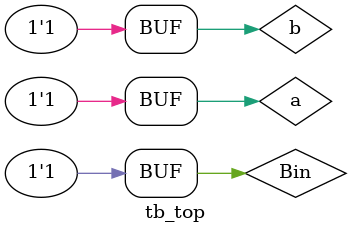
<source format=v>
module tb_top;
  reg a, b, Bin;
  wire D, Bout;
  
  full_subtractor fs(a, b, Bin, D, Bout);
  
initial begin
  $monitor("At time %0t: a=%b b=%b, Bin=%b, difference=%b, borrow=%b",$time, a,b,Bin,D,Bout);
    a = 0; b = 0; Bin = 0; #1;
    a = 0; b = 0; Bin = 1; #1;
    a = 0; b = 1; Bin = 0; #1;
    a = 0; b = 1; Bin = 1; #1;
    a = 1; b = 0; Bin = 0; #1;
    a = 1; b = 0; Bin = 1; #1;
    a = 1; b = 1; Bin = 0; #1;
    a = 1; b = 1; Bin = 1;
  end
endmodule
//go with links provided in compile file for verification

</source>
